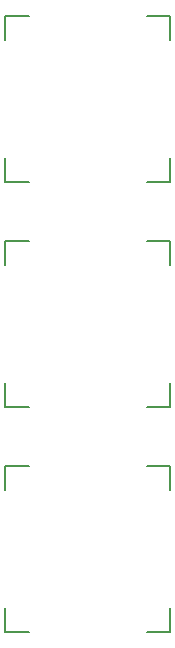
<source format=gto>
G04 EAGLE Gerber RS-274X export*
G75*
%MOMM*%
%FSLAX34Y34*%
%LPD*%
%INSilkscreen Top*%
%IPPOS*%
%AMOC8*
5,1,8,0,0,1.08239X$1,22.5*%
G01*
G04 Define Apertures*
%ADD10C,0.152400*%
D10*
X-70000Y260500D02*
X-70000Y240500D01*
X-70000Y260500D02*
X-50000Y260500D01*
X70000Y260500D02*
X70000Y240500D01*
X70000Y140500D02*
X70000Y120500D01*
X-70000Y120500D02*
X-70000Y140500D01*
X50000Y120500D02*
X70000Y120500D01*
X-50000Y120500D02*
X-70000Y120500D01*
X50000Y260500D02*
X70000Y260500D01*
X-70000Y70000D02*
X-70000Y50000D01*
X-70000Y70000D02*
X-50000Y70000D01*
X70000Y70000D02*
X70000Y50000D01*
X70000Y-50000D02*
X70000Y-70000D01*
X-70000Y-70000D02*
X-70000Y-50000D01*
X50000Y-70000D02*
X70000Y-70000D01*
X-50000Y-70000D02*
X-70000Y-70000D01*
X50000Y70000D02*
X70000Y70000D01*
X-70000Y-120500D02*
X-70000Y-140500D01*
X-70000Y-120500D02*
X-50000Y-120500D01*
X70000Y-120500D02*
X70000Y-140500D01*
X70000Y-240500D02*
X70000Y-260500D01*
X-70000Y-260500D02*
X-70000Y-240500D01*
X50000Y-260500D02*
X70000Y-260500D01*
X-50000Y-260500D02*
X-70000Y-260500D01*
X50000Y-120500D02*
X70000Y-120500D01*
M02*

</source>
